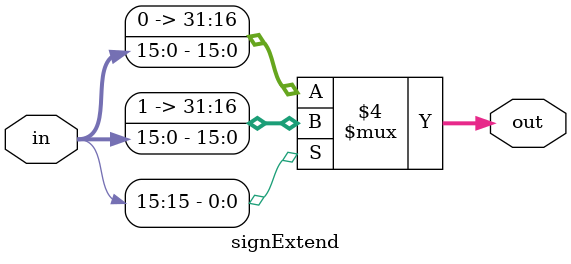
<source format=v>
`timescale 1ns/1ns

module signExtend (
	input[15:0] in,
	output reg[31:0] out
);


always @(*) begin
	if (in[15] == 1'b0) begin
		out = {16'b0000000000000000, in};
	end else begin
		out = {16'b1111111111111111, in};
	end
end


endmodule

</source>
